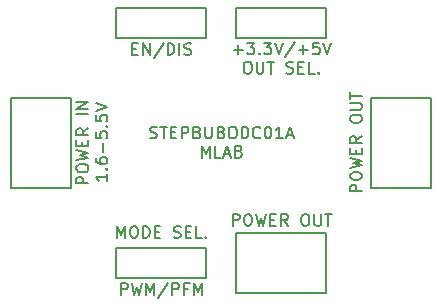
<source format=gbr>
%TF.GenerationSoftware,KiCad,Pcbnew,7.0.5.1-1-g8f565ef7f0-dirty-deb11*%
%TF.CreationDate,2023-07-21T00:57:33+00:00*%
%TF.ProjectId,STEPBUBODC01,53544550-4255-4424-9f44-4330312e6b69,rev?*%
%TF.SameCoordinates,Original*%
%TF.FileFunction,Legend,Top*%
%TF.FilePolarity,Positive*%
%FSLAX46Y46*%
G04 Gerber Fmt 4.6, Leading zero omitted, Abs format (unit mm)*
G04 Created by KiCad (PCBNEW 7.0.5.1-1-g8f565ef7f0-dirty-deb11) date 2023-07-21 00:57:33*
%MOMM*%
%LPD*%
G01*
G04 APERTURE LIST*
%ADD10C,0.150000*%
G04 APERTURE END LIST*
D10*
X143200952Y-93418819D02*
X143200952Y-92418819D01*
X143200952Y-92418819D02*
X143581904Y-92418819D01*
X143581904Y-92418819D02*
X143677142Y-92466438D01*
X143677142Y-92466438D02*
X143724761Y-92514057D01*
X143724761Y-92514057D02*
X143772380Y-92609295D01*
X143772380Y-92609295D02*
X143772380Y-92752152D01*
X143772380Y-92752152D02*
X143724761Y-92847390D01*
X143724761Y-92847390D02*
X143677142Y-92895009D01*
X143677142Y-92895009D02*
X143581904Y-92942628D01*
X143581904Y-92942628D02*
X143200952Y-92942628D01*
X144391428Y-92418819D02*
X144581904Y-92418819D01*
X144581904Y-92418819D02*
X144677142Y-92466438D01*
X144677142Y-92466438D02*
X144772380Y-92561676D01*
X144772380Y-92561676D02*
X144819999Y-92752152D01*
X144819999Y-92752152D02*
X144819999Y-93085485D01*
X144819999Y-93085485D02*
X144772380Y-93275961D01*
X144772380Y-93275961D02*
X144677142Y-93371200D01*
X144677142Y-93371200D02*
X144581904Y-93418819D01*
X144581904Y-93418819D02*
X144391428Y-93418819D01*
X144391428Y-93418819D02*
X144296190Y-93371200D01*
X144296190Y-93371200D02*
X144200952Y-93275961D01*
X144200952Y-93275961D02*
X144153333Y-93085485D01*
X144153333Y-93085485D02*
X144153333Y-92752152D01*
X144153333Y-92752152D02*
X144200952Y-92561676D01*
X144200952Y-92561676D02*
X144296190Y-92466438D01*
X144296190Y-92466438D02*
X144391428Y-92418819D01*
X145153333Y-92418819D02*
X145391428Y-93418819D01*
X145391428Y-93418819D02*
X145581904Y-92704533D01*
X145581904Y-92704533D02*
X145772380Y-93418819D01*
X145772380Y-93418819D02*
X146010476Y-92418819D01*
X146391428Y-92895009D02*
X146724761Y-92895009D01*
X146867618Y-93418819D02*
X146391428Y-93418819D01*
X146391428Y-93418819D02*
X146391428Y-92418819D01*
X146391428Y-92418819D02*
X146867618Y-92418819D01*
X147867618Y-93418819D02*
X147534285Y-92942628D01*
X147296190Y-93418819D02*
X147296190Y-92418819D01*
X147296190Y-92418819D02*
X147677142Y-92418819D01*
X147677142Y-92418819D02*
X147772380Y-92466438D01*
X147772380Y-92466438D02*
X147819999Y-92514057D01*
X147819999Y-92514057D02*
X147867618Y-92609295D01*
X147867618Y-92609295D02*
X147867618Y-92752152D01*
X147867618Y-92752152D02*
X147819999Y-92847390D01*
X147819999Y-92847390D02*
X147772380Y-92895009D01*
X147772380Y-92895009D02*
X147677142Y-92942628D01*
X147677142Y-92942628D02*
X147296190Y-92942628D01*
X149248571Y-92418819D02*
X149439047Y-92418819D01*
X149439047Y-92418819D02*
X149534285Y-92466438D01*
X149534285Y-92466438D02*
X149629523Y-92561676D01*
X149629523Y-92561676D02*
X149677142Y-92752152D01*
X149677142Y-92752152D02*
X149677142Y-93085485D01*
X149677142Y-93085485D02*
X149629523Y-93275961D01*
X149629523Y-93275961D02*
X149534285Y-93371200D01*
X149534285Y-93371200D02*
X149439047Y-93418819D01*
X149439047Y-93418819D02*
X149248571Y-93418819D01*
X149248571Y-93418819D02*
X149153333Y-93371200D01*
X149153333Y-93371200D02*
X149058095Y-93275961D01*
X149058095Y-93275961D02*
X149010476Y-93085485D01*
X149010476Y-93085485D02*
X149010476Y-92752152D01*
X149010476Y-92752152D02*
X149058095Y-92561676D01*
X149058095Y-92561676D02*
X149153333Y-92466438D01*
X149153333Y-92466438D02*
X149248571Y-92418819D01*
X150105714Y-92418819D02*
X150105714Y-93228342D01*
X150105714Y-93228342D02*
X150153333Y-93323580D01*
X150153333Y-93323580D02*
X150200952Y-93371200D01*
X150200952Y-93371200D02*
X150296190Y-93418819D01*
X150296190Y-93418819D02*
X150486666Y-93418819D01*
X150486666Y-93418819D02*
X150581904Y-93371200D01*
X150581904Y-93371200D02*
X150629523Y-93323580D01*
X150629523Y-93323580D02*
X150677142Y-93228342D01*
X150677142Y-93228342D02*
X150677142Y-92418819D01*
X151010476Y-92418819D02*
X151581904Y-92418819D01*
X151296190Y-93418819D02*
X151296190Y-92418819D01*
X136192381Y-85962200D02*
X136335238Y-86009819D01*
X136335238Y-86009819D02*
X136573333Y-86009819D01*
X136573333Y-86009819D02*
X136668571Y-85962200D01*
X136668571Y-85962200D02*
X136716190Y-85914580D01*
X136716190Y-85914580D02*
X136763809Y-85819342D01*
X136763809Y-85819342D02*
X136763809Y-85724104D01*
X136763809Y-85724104D02*
X136716190Y-85628866D01*
X136716190Y-85628866D02*
X136668571Y-85581247D01*
X136668571Y-85581247D02*
X136573333Y-85533628D01*
X136573333Y-85533628D02*
X136382857Y-85486009D01*
X136382857Y-85486009D02*
X136287619Y-85438390D01*
X136287619Y-85438390D02*
X136240000Y-85390771D01*
X136240000Y-85390771D02*
X136192381Y-85295533D01*
X136192381Y-85295533D02*
X136192381Y-85200295D01*
X136192381Y-85200295D02*
X136240000Y-85105057D01*
X136240000Y-85105057D02*
X136287619Y-85057438D01*
X136287619Y-85057438D02*
X136382857Y-85009819D01*
X136382857Y-85009819D02*
X136620952Y-85009819D01*
X136620952Y-85009819D02*
X136763809Y-85057438D01*
X137049524Y-85009819D02*
X137620952Y-85009819D01*
X137335238Y-86009819D02*
X137335238Y-85009819D01*
X137954286Y-85486009D02*
X138287619Y-85486009D01*
X138430476Y-86009819D02*
X137954286Y-86009819D01*
X137954286Y-86009819D02*
X137954286Y-85009819D01*
X137954286Y-85009819D02*
X138430476Y-85009819D01*
X138859048Y-86009819D02*
X138859048Y-85009819D01*
X138859048Y-85009819D02*
X139240000Y-85009819D01*
X139240000Y-85009819D02*
X139335238Y-85057438D01*
X139335238Y-85057438D02*
X139382857Y-85105057D01*
X139382857Y-85105057D02*
X139430476Y-85200295D01*
X139430476Y-85200295D02*
X139430476Y-85343152D01*
X139430476Y-85343152D02*
X139382857Y-85438390D01*
X139382857Y-85438390D02*
X139335238Y-85486009D01*
X139335238Y-85486009D02*
X139240000Y-85533628D01*
X139240000Y-85533628D02*
X138859048Y-85533628D01*
X140192381Y-85486009D02*
X140335238Y-85533628D01*
X140335238Y-85533628D02*
X140382857Y-85581247D01*
X140382857Y-85581247D02*
X140430476Y-85676485D01*
X140430476Y-85676485D02*
X140430476Y-85819342D01*
X140430476Y-85819342D02*
X140382857Y-85914580D01*
X140382857Y-85914580D02*
X140335238Y-85962200D01*
X140335238Y-85962200D02*
X140240000Y-86009819D01*
X140240000Y-86009819D02*
X139859048Y-86009819D01*
X139859048Y-86009819D02*
X139859048Y-85009819D01*
X139859048Y-85009819D02*
X140192381Y-85009819D01*
X140192381Y-85009819D02*
X140287619Y-85057438D01*
X140287619Y-85057438D02*
X140335238Y-85105057D01*
X140335238Y-85105057D02*
X140382857Y-85200295D01*
X140382857Y-85200295D02*
X140382857Y-85295533D01*
X140382857Y-85295533D02*
X140335238Y-85390771D01*
X140335238Y-85390771D02*
X140287619Y-85438390D01*
X140287619Y-85438390D02*
X140192381Y-85486009D01*
X140192381Y-85486009D02*
X139859048Y-85486009D01*
X140859048Y-85009819D02*
X140859048Y-85819342D01*
X140859048Y-85819342D02*
X140906667Y-85914580D01*
X140906667Y-85914580D02*
X140954286Y-85962200D01*
X140954286Y-85962200D02*
X141049524Y-86009819D01*
X141049524Y-86009819D02*
X141240000Y-86009819D01*
X141240000Y-86009819D02*
X141335238Y-85962200D01*
X141335238Y-85962200D02*
X141382857Y-85914580D01*
X141382857Y-85914580D02*
X141430476Y-85819342D01*
X141430476Y-85819342D02*
X141430476Y-85009819D01*
X142240000Y-85486009D02*
X142382857Y-85533628D01*
X142382857Y-85533628D02*
X142430476Y-85581247D01*
X142430476Y-85581247D02*
X142478095Y-85676485D01*
X142478095Y-85676485D02*
X142478095Y-85819342D01*
X142478095Y-85819342D02*
X142430476Y-85914580D01*
X142430476Y-85914580D02*
X142382857Y-85962200D01*
X142382857Y-85962200D02*
X142287619Y-86009819D01*
X142287619Y-86009819D02*
X141906667Y-86009819D01*
X141906667Y-86009819D02*
X141906667Y-85009819D01*
X141906667Y-85009819D02*
X142240000Y-85009819D01*
X142240000Y-85009819D02*
X142335238Y-85057438D01*
X142335238Y-85057438D02*
X142382857Y-85105057D01*
X142382857Y-85105057D02*
X142430476Y-85200295D01*
X142430476Y-85200295D02*
X142430476Y-85295533D01*
X142430476Y-85295533D02*
X142382857Y-85390771D01*
X142382857Y-85390771D02*
X142335238Y-85438390D01*
X142335238Y-85438390D02*
X142240000Y-85486009D01*
X142240000Y-85486009D02*
X141906667Y-85486009D01*
X143097143Y-85009819D02*
X143287619Y-85009819D01*
X143287619Y-85009819D02*
X143382857Y-85057438D01*
X143382857Y-85057438D02*
X143478095Y-85152676D01*
X143478095Y-85152676D02*
X143525714Y-85343152D01*
X143525714Y-85343152D02*
X143525714Y-85676485D01*
X143525714Y-85676485D02*
X143478095Y-85866961D01*
X143478095Y-85866961D02*
X143382857Y-85962200D01*
X143382857Y-85962200D02*
X143287619Y-86009819D01*
X143287619Y-86009819D02*
X143097143Y-86009819D01*
X143097143Y-86009819D02*
X143001905Y-85962200D01*
X143001905Y-85962200D02*
X142906667Y-85866961D01*
X142906667Y-85866961D02*
X142859048Y-85676485D01*
X142859048Y-85676485D02*
X142859048Y-85343152D01*
X142859048Y-85343152D02*
X142906667Y-85152676D01*
X142906667Y-85152676D02*
X143001905Y-85057438D01*
X143001905Y-85057438D02*
X143097143Y-85009819D01*
X143954286Y-86009819D02*
X143954286Y-85009819D01*
X143954286Y-85009819D02*
X144192381Y-85009819D01*
X144192381Y-85009819D02*
X144335238Y-85057438D01*
X144335238Y-85057438D02*
X144430476Y-85152676D01*
X144430476Y-85152676D02*
X144478095Y-85247914D01*
X144478095Y-85247914D02*
X144525714Y-85438390D01*
X144525714Y-85438390D02*
X144525714Y-85581247D01*
X144525714Y-85581247D02*
X144478095Y-85771723D01*
X144478095Y-85771723D02*
X144430476Y-85866961D01*
X144430476Y-85866961D02*
X144335238Y-85962200D01*
X144335238Y-85962200D02*
X144192381Y-86009819D01*
X144192381Y-86009819D02*
X143954286Y-86009819D01*
X145525714Y-85914580D02*
X145478095Y-85962200D01*
X145478095Y-85962200D02*
X145335238Y-86009819D01*
X145335238Y-86009819D02*
X145240000Y-86009819D01*
X145240000Y-86009819D02*
X145097143Y-85962200D01*
X145097143Y-85962200D02*
X145001905Y-85866961D01*
X145001905Y-85866961D02*
X144954286Y-85771723D01*
X144954286Y-85771723D02*
X144906667Y-85581247D01*
X144906667Y-85581247D02*
X144906667Y-85438390D01*
X144906667Y-85438390D02*
X144954286Y-85247914D01*
X144954286Y-85247914D02*
X145001905Y-85152676D01*
X145001905Y-85152676D02*
X145097143Y-85057438D01*
X145097143Y-85057438D02*
X145240000Y-85009819D01*
X145240000Y-85009819D02*
X145335238Y-85009819D01*
X145335238Y-85009819D02*
X145478095Y-85057438D01*
X145478095Y-85057438D02*
X145525714Y-85105057D01*
X146144762Y-85009819D02*
X146240000Y-85009819D01*
X146240000Y-85009819D02*
X146335238Y-85057438D01*
X146335238Y-85057438D02*
X146382857Y-85105057D01*
X146382857Y-85105057D02*
X146430476Y-85200295D01*
X146430476Y-85200295D02*
X146478095Y-85390771D01*
X146478095Y-85390771D02*
X146478095Y-85628866D01*
X146478095Y-85628866D02*
X146430476Y-85819342D01*
X146430476Y-85819342D02*
X146382857Y-85914580D01*
X146382857Y-85914580D02*
X146335238Y-85962200D01*
X146335238Y-85962200D02*
X146240000Y-86009819D01*
X146240000Y-86009819D02*
X146144762Y-86009819D01*
X146144762Y-86009819D02*
X146049524Y-85962200D01*
X146049524Y-85962200D02*
X146001905Y-85914580D01*
X146001905Y-85914580D02*
X145954286Y-85819342D01*
X145954286Y-85819342D02*
X145906667Y-85628866D01*
X145906667Y-85628866D02*
X145906667Y-85390771D01*
X145906667Y-85390771D02*
X145954286Y-85200295D01*
X145954286Y-85200295D02*
X146001905Y-85105057D01*
X146001905Y-85105057D02*
X146049524Y-85057438D01*
X146049524Y-85057438D02*
X146144762Y-85009819D01*
X147430476Y-86009819D02*
X146859048Y-86009819D01*
X147144762Y-86009819D02*
X147144762Y-85009819D01*
X147144762Y-85009819D02*
X147049524Y-85152676D01*
X147049524Y-85152676D02*
X146954286Y-85247914D01*
X146954286Y-85247914D02*
X146859048Y-85295533D01*
X147811429Y-85724104D02*
X148287619Y-85724104D01*
X147716191Y-86009819D02*
X148049524Y-85009819D01*
X148049524Y-85009819D02*
X148382857Y-86009819D01*
X140573333Y-87619819D02*
X140573333Y-86619819D01*
X140573333Y-86619819D02*
X140906666Y-87334104D01*
X140906666Y-87334104D02*
X141239999Y-86619819D01*
X141239999Y-86619819D02*
X141239999Y-87619819D01*
X142192380Y-87619819D02*
X141716190Y-87619819D01*
X141716190Y-87619819D02*
X141716190Y-86619819D01*
X142478095Y-87334104D02*
X142954285Y-87334104D01*
X142382857Y-87619819D02*
X142716190Y-86619819D01*
X142716190Y-86619819D02*
X143049523Y-87619819D01*
X143716190Y-87096009D02*
X143859047Y-87143628D01*
X143859047Y-87143628D02*
X143906666Y-87191247D01*
X143906666Y-87191247D02*
X143954285Y-87286485D01*
X143954285Y-87286485D02*
X143954285Y-87429342D01*
X143954285Y-87429342D02*
X143906666Y-87524580D01*
X143906666Y-87524580D02*
X143859047Y-87572200D01*
X143859047Y-87572200D02*
X143763809Y-87619819D01*
X143763809Y-87619819D02*
X143382857Y-87619819D01*
X143382857Y-87619819D02*
X143382857Y-86619819D01*
X143382857Y-86619819D02*
X143716190Y-86619819D01*
X143716190Y-86619819D02*
X143811428Y-86667438D01*
X143811428Y-86667438D02*
X143859047Y-86715057D01*
X143859047Y-86715057D02*
X143906666Y-86810295D01*
X143906666Y-86810295D02*
X143906666Y-86905533D01*
X143906666Y-86905533D02*
X143859047Y-87000771D01*
X143859047Y-87000771D02*
X143811428Y-87048390D01*
X143811428Y-87048390D02*
X143716190Y-87096009D01*
X143716190Y-87096009D02*
X143382857Y-87096009D01*
X143272381Y-78516866D02*
X144034286Y-78516866D01*
X143653333Y-78897819D02*
X143653333Y-78135914D01*
X144415238Y-77897819D02*
X145034285Y-77897819D01*
X145034285Y-77897819D02*
X144700952Y-78278771D01*
X144700952Y-78278771D02*
X144843809Y-78278771D01*
X144843809Y-78278771D02*
X144939047Y-78326390D01*
X144939047Y-78326390D02*
X144986666Y-78374009D01*
X144986666Y-78374009D02*
X145034285Y-78469247D01*
X145034285Y-78469247D02*
X145034285Y-78707342D01*
X145034285Y-78707342D02*
X144986666Y-78802580D01*
X144986666Y-78802580D02*
X144939047Y-78850200D01*
X144939047Y-78850200D02*
X144843809Y-78897819D01*
X144843809Y-78897819D02*
X144558095Y-78897819D01*
X144558095Y-78897819D02*
X144462857Y-78850200D01*
X144462857Y-78850200D02*
X144415238Y-78802580D01*
X145462857Y-78802580D02*
X145510476Y-78850200D01*
X145510476Y-78850200D02*
X145462857Y-78897819D01*
X145462857Y-78897819D02*
X145415238Y-78850200D01*
X145415238Y-78850200D02*
X145462857Y-78802580D01*
X145462857Y-78802580D02*
X145462857Y-78897819D01*
X145843809Y-77897819D02*
X146462856Y-77897819D01*
X146462856Y-77897819D02*
X146129523Y-78278771D01*
X146129523Y-78278771D02*
X146272380Y-78278771D01*
X146272380Y-78278771D02*
X146367618Y-78326390D01*
X146367618Y-78326390D02*
X146415237Y-78374009D01*
X146415237Y-78374009D02*
X146462856Y-78469247D01*
X146462856Y-78469247D02*
X146462856Y-78707342D01*
X146462856Y-78707342D02*
X146415237Y-78802580D01*
X146415237Y-78802580D02*
X146367618Y-78850200D01*
X146367618Y-78850200D02*
X146272380Y-78897819D01*
X146272380Y-78897819D02*
X145986666Y-78897819D01*
X145986666Y-78897819D02*
X145891428Y-78850200D01*
X145891428Y-78850200D02*
X145843809Y-78802580D01*
X146748571Y-77897819D02*
X147081904Y-78897819D01*
X147081904Y-78897819D02*
X147415237Y-77897819D01*
X148462856Y-77850200D02*
X147605714Y-79135914D01*
X148796190Y-78516866D02*
X149558095Y-78516866D01*
X149177142Y-78897819D02*
X149177142Y-78135914D01*
X150510475Y-77897819D02*
X150034285Y-77897819D01*
X150034285Y-77897819D02*
X149986666Y-78374009D01*
X149986666Y-78374009D02*
X150034285Y-78326390D01*
X150034285Y-78326390D02*
X150129523Y-78278771D01*
X150129523Y-78278771D02*
X150367618Y-78278771D01*
X150367618Y-78278771D02*
X150462856Y-78326390D01*
X150462856Y-78326390D02*
X150510475Y-78374009D01*
X150510475Y-78374009D02*
X150558094Y-78469247D01*
X150558094Y-78469247D02*
X150558094Y-78707342D01*
X150558094Y-78707342D02*
X150510475Y-78802580D01*
X150510475Y-78802580D02*
X150462856Y-78850200D01*
X150462856Y-78850200D02*
X150367618Y-78897819D01*
X150367618Y-78897819D02*
X150129523Y-78897819D01*
X150129523Y-78897819D02*
X150034285Y-78850200D01*
X150034285Y-78850200D02*
X149986666Y-78802580D01*
X150843809Y-77897819D02*
X151177142Y-78897819D01*
X151177142Y-78897819D02*
X151510475Y-77897819D01*
X144367619Y-79507819D02*
X144558095Y-79507819D01*
X144558095Y-79507819D02*
X144653333Y-79555438D01*
X144653333Y-79555438D02*
X144748571Y-79650676D01*
X144748571Y-79650676D02*
X144796190Y-79841152D01*
X144796190Y-79841152D02*
X144796190Y-80174485D01*
X144796190Y-80174485D02*
X144748571Y-80364961D01*
X144748571Y-80364961D02*
X144653333Y-80460200D01*
X144653333Y-80460200D02*
X144558095Y-80507819D01*
X144558095Y-80507819D02*
X144367619Y-80507819D01*
X144367619Y-80507819D02*
X144272381Y-80460200D01*
X144272381Y-80460200D02*
X144177143Y-80364961D01*
X144177143Y-80364961D02*
X144129524Y-80174485D01*
X144129524Y-80174485D02*
X144129524Y-79841152D01*
X144129524Y-79841152D02*
X144177143Y-79650676D01*
X144177143Y-79650676D02*
X144272381Y-79555438D01*
X144272381Y-79555438D02*
X144367619Y-79507819D01*
X145224762Y-79507819D02*
X145224762Y-80317342D01*
X145224762Y-80317342D02*
X145272381Y-80412580D01*
X145272381Y-80412580D02*
X145320000Y-80460200D01*
X145320000Y-80460200D02*
X145415238Y-80507819D01*
X145415238Y-80507819D02*
X145605714Y-80507819D01*
X145605714Y-80507819D02*
X145700952Y-80460200D01*
X145700952Y-80460200D02*
X145748571Y-80412580D01*
X145748571Y-80412580D02*
X145796190Y-80317342D01*
X145796190Y-80317342D02*
X145796190Y-79507819D01*
X146129524Y-79507819D02*
X146700952Y-79507819D01*
X146415238Y-80507819D02*
X146415238Y-79507819D01*
X147748572Y-80460200D02*
X147891429Y-80507819D01*
X147891429Y-80507819D02*
X148129524Y-80507819D01*
X148129524Y-80507819D02*
X148224762Y-80460200D01*
X148224762Y-80460200D02*
X148272381Y-80412580D01*
X148272381Y-80412580D02*
X148320000Y-80317342D01*
X148320000Y-80317342D02*
X148320000Y-80222104D01*
X148320000Y-80222104D02*
X148272381Y-80126866D01*
X148272381Y-80126866D02*
X148224762Y-80079247D01*
X148224762Y-80079247D02*
X148129524Y-80031628D01*
X148129524Y-80031628D02*
X147939048Y-79984009D01*
X147939048Y-79984009D02*
X147843810Y-79936390D01*
X147843810Y-79936390D02*
X147796191Y-79888771D01*
X147796191Y-79888771D02*
X147748572Y-79793533D01*
X147748572Y-79793533D02*
X147748572Y-79698295D01*
X147748572Y-79698295D02*
X147796191Y-79603057D01*
X147796191Y-79603057D02*
X147843810Y-79555438D01*
X147843810Y-79555438D02*
X147939048Y-79507819D01*
X147939048Y-79507819D02*
X148177143Y-79507819D01*
X148177143Y-79507819D02*
X148320000Y-79555438D01*
X148748572Y-79984009D02*
X149081905Y-79984009D01*
X149224762Y-80507819D02*
X148748572Y-80507819D01*
X148748572Y-80507819D02*
X148748572Y-79507819D01*
X148748572Y-79507819D02*
X149224762Y-79507819D01*
X150129524Y-80507819D02*
X149653334Y-80507819D01*
X149653334Y-80507819D02*
X149653334Y-79507819D01*
X150462858Y-80412580D02*
X150510477Y-80460200D01*
X150510477Y-80460200D02*
X150462858Y-80507819D01*
X150462858Y-80507819D02*
X150415239Y-80460200D01*
X150415239Y-80460200D02*
X150462858Y-80412580D01*
X150462858Y-80412580D02*
X150462858Y-80507819D01*
X134683810Y-78417009D02*
X135017143Y-78417009D01*
X135160000Y-78940819D02*
X134683810Y-78940819D01*
X134683810Y-78940819D02*
X134683810Y-77940819D01*
X134683810Y-77940819D02*
X135160000Y-77940819D01*
X135588572Y-78940819D02*
X135588572Y-77940819D01*
X135588572Y-77940819D02*
X136160000Y-78940819D01*
X136160000Y-78940819D02*
X136160000Y-77940819D01*
X137350476Y-77893200D02*
X136493334Y-79178914D01*
X137683810Y-78940819D02*
X137683810Y-77940819D01*
X137683810Y-77940819D02*
X137921905Y-77940819D01*
X137921905Y-77940819D02*
X138064762Y-77988438D01*
X138064762Y-77988438D02*
X138160000Y-78083676D01*
X138160000Y-78083676D02*
X138207619Y-78178914D01*
X138207619Y-78178914D02*
X138255238Y-78369390D01*
X138255238Y-78369390D02*
X138255238Y-78512247D01*
X138255238Y-78512247D02*
X138207619Y-78702723D01*
X138207619Y-78702723D02*
X138160000Y-78797961D01*
X138160000Y-78797961D02*
X138064762Y-78893200D01*
X138064762Y-78893200D02*
X137921905Y-78940819D01*
X137921905Y-78940819D02*
X137683810Y-78940819D01*
X138683810Y-78940819D02*
X138683810Y-77940819D01*
X139112381Y-78893200D02*
X139255238Y-78940819D01*
X139255238Y-78940819D02*
X139493333Y-78940819D01*
X139493333Y-78940819D02*
X139588571Y-78893200D01*
X139588571Y-78893200D02*
X139636190Y-78845580D01*
X139636190Y-78845580D02*
X139683809Y-78750342D01*
X139683809Y-78750342D02*
X139683809Y-78655104D01*
X139683809Y-78655104D02*
X139636190Y-78559866D01*
X139636190Y-78559866D02*
X139588571Y-78512247D01*
X139588571Y-78512247D02*
X139493333Y-78464628D01*
X139493333Y-78464628D02*
X139302857Y-78417009D01*
X139302857Y-78417009D02*
X139207619Y-78369390D01*
X139207619Y-78369390D02*
X139160000Y-78321771D01*
X139160000Y-78321771D02*
X139112381Y-78226533D01*
X139112381Y-78226533D02*
X139112381Y-78131295D01*
X139112381Y-78131295D02*
X139160000Y-78036057D01*
X139160000Y-78036057D02*
X139207619Y-77988438D01*
X139207619Y-77988438D02*
X139302857Y-77940819D01*
X139302857Y-77940819D02*
X139540952Y-77940819D01*
X139540952Y-77940819D02*
X139683809Y-77988438D01*
X154124819Y-90479047D02*
X153124819Y-90479047D01*
X153124819Y-90479047D02*
X153124819Y-90098095D01*
X153124819Y-90098095D02*
X153172438Y-90002857D01*
X153172438Y-90002857D02*
X153220057Y-89955238D01*
X153220057Y-89955238D02*
X153315295Y-89907619D01*
X153315295Y-89907619D02*
X153458152Y-89907619D01*
X153458152Y-89907619D02*
X153553390Y-89955238D01*
X153553390Y-89955238D02*
X153601009Y-90002857D01*
X153601009Y-90002857D02*
X153648628Y-90098095D01*
X153648628Y-90098095D02*
X153648628Y-90479047D01*
X153124819Y-89288571D02*
X153124819Y-89098095D01*
X153124819Y-89098095D02*
X153172438Y-89002857D01*
X153172438Y-89002857D02*
X153267676Y-88907619D01*
X153267676Y-88907619D02*
X153458152Y-88860000D01*
X153458152Y-88860000D02*
X153791485Y-88860000D01*
X153791485Y-88860000D02*
X153981961Y-88907619D01*
X153981961Y-88907619D02*
X154077200Y-89002857D01*
X154077200Y-89002857D02*
X154124819Y-89098095D01*
X154124819Y-89098095D02*
X154124819Y-89288571D01*
X154124819Y-89288571D02*
X154077200Y-89383809D01*
X154077200Y-89383809D02*
X153981961Y-89479047D01*
X153981961Y-89479047D02*
X153791485Y-89526666D01*
X153791485Y-89526666D02*
X153458152Y-89526666D01*
X153458152Y-89526666D02*
X153267676Y-89479047D01*
X153267676Y-89479047D02*
X153172438Y-89383809D01*
X153172438Y-89383809D02*
X153124819Y-89288571D01*
X153124819Y-88526666D02*
X154124819Y-88288571D01*
X154124819Y-88288571D02*
X153410533Y-88098095D01*
X153410533Y-88098095D02*
X154124819Y-87907619D01*
X154124819Y-87907619D02*
X153124819Y-87669524D01*
X153601009Y-87288571D02*
X153601009Y-86955238D01*
X154124819Y-86812381D02*
X154124819Y-87288571D01*
X154124819Y-87288571D02*
X153124819Y-87288571D01*
X153124819Y-87288571D02*
X153124819Y-86812381D01*
X154124819Y-85812381D02*
X153648628Y-86145714D01*
X154124819Y-86383809D02*
X153124819Y-86383809D01*
X153124819Y-86383809D02*
X153124819Y-86002857D01*
X153124819Y-86002857D02*
X153172438Y-85907619D01*
X153172438Y-85907619D02*
X153220057Y-85860000D01*
X153220057Y-85860000D02*
X153315295Y-85812381D01*
X153315295Y-85812381D02*
X153458152Y-85812381D01*
X153458152Y-85812381D02*
X153553390Y-85860000D01*
X153553390Y-85860000D02*
X153601009Y-85907619D01*
X153601009Y-85907619D02*
X153648628Y-86002857D01*
X153648628Y-86002857D02*
X153648628Y-86383809D01*
X153124819Y-84431428D02*
X153124819Y-84240952D01*
X153124819Y-84240952D02*
X153172438Y-84145714D01*
X153172438Y-84145714D02*
X153267676Y-84050476D01*
X153267676Y-84050476D02*
X153458152Y-84002857D01*
X153458152Y-84002857D02*
X153791485Y-84002857D01*
X153791485Y-84002857D02*
X153981961Y-84050476D01*
X153981961Y-84050476D02*
X154077200Y-84145714D01*
X154077200Y-84145714D02*
X154124819Y-84240952D01*
X154124819Y-84240952D02*
X154124819Y-84431428D01*
X154124819Y-84431428D02*
X154077200Y-84526666D01*
X154077200Y-84526666D02*
X153981961Y-84621904D01*
X153981961Y-84621904D02*
X153791485Y-84669523D01*
X153791485Y-84669523D02*
X153458152Y-84669523D01*
X153458152Y-84669523D02*
X153267676Y-84621904D01*
X153267676Y-84621904D02*
X153172438Y-84526666D01*
X153172438Y-84526666D02*
X153124819Y-84431428D01*
X153124819Y-83574285D02*
X153934342Y-83574285D01*
X153934342Y-83574285D02*
X154029580Y-83526666D01*
X154029580Y-83526666D02*
X154077200Y-83479047D01*
X154077200Y-83479047D02*
X154124819Y-83383809D01*
X154124819Y-83383809D02*
X154124819Y-83193333D01*
X154124819Y-83193333D02*
X154077200Y-83098095D01*
X154077200Y-83098095D02*
X154029580Y-83050476D01*
X154029580Y-83050476D02*
X153934342Y-83002857D01*
X153934342Y-83002857D02*
X153124819Y-83002857D01*
X153124819Y-82669523D02*
X153124819Y-82098095D01*
X154124819Y-82383809D02*
X153124819Y-82383809D01*
X130967819Y-89812380D02*
X129967819Y-89812380D01*
X129967819Y-89812380D02*
X129967819Y-89431428D01*
X129967819Y-89431428D02*
X130015438Y-89336190D01*
X130015438Y-89336190D02*
X130063057Y-89288571D01*
X130063057Y-89288571D02*
X130158295Y-89240952D01*
X130158295Y-89240952D02*
X130301152Y-89240952D01*
X130301152Y-89240952D02*
X130396390Y-89288571D01*
X130396390Y-89288571D02*
X130444009Y-89336190D01*
X130444009Y-89336190D02*
X130491628Y-89431428D01*
X130491628Y-89431428D02*
X130491628Y-89812380D01*
X129967819Y-88621904D02*
X129967819Y-88431428D01*
X129967819Y-88431428D02*
X130015438Y-88336190D01*
X130015438Y-88336190D02*
X130110676Y-88240952D01*
X130110676Y-88240952D02*
X130301152Y-88193333D01*
X130301152Y-88193333D02*
X130634485Y-88193333D01*
X130634485Y-88193333D02*
X130824961Y-88240952D01*
X130824961Y-88240952D02*
X130920200Y-88336190D01*
X130920200Y-88336190D02*
X130967819Y-88431428D01*
X130967819Y-88431428D02*
X130967819Y-88621904D01*
X130967819Y-88621904D02*
X130920200Y-88717142D01*
X130920200Y-88717142D02*
X130824961Y-88812380D01*
X130824961Y-88812380D02*
X130634485Y-88859999D01*
X130634485Y-88859999D02*
X130301152Y-88859999D01*
X130301152Y-88859999D02*
X130110676Y-88812380D01*
X130110676Y-88812380D02*
X130015438Y-88717142D01*
X130015438Y-88717142D02*
X129967819Y-88621904D01*
X129967819Y-87859999D02*
X130967819Y-87621904D01*
X130967819Y-87621904D02*
X130253533Y-87431428D01*
X130253533Y-87431428D02*
X130967819Y-87240952D01*
X130967819Y-87240952D02*
X129967819Y-87002857D01*
X130444009Y-86621904D02*
X130444009Y-86288571D01*
X130967819Y-86145714D02*
X130967819Y-86621904D01*
X130967819Y-86621904D02*
X129967819Y-86621904D01*
X129967819Y-86621904D02*
X129967819Y-86145714D01*
X130967819Y-85145714D02*
X130491628Y-85479047D01*
X130967819Y-85717142D02*
X129967819Y-85717142D01*
X129967819Y-85717142D02*
X129967819Y-85336190D01*
X129967819Y-85336190D02*
X130015438Y-85240952D01*
X130015438Y-85240952D02*
X130063057Y-85193333D01*
X130063057Y-85193333D02*
X130158295Y-85145714D01*
X130158295Y-85145714D02*
X130301152Y-85145714D01*
X130301152Y-85145714D02*
X130396390Y-85193333D01*
X130396390Y-85193333D02*
X130444009Y-85240952D01*
X130444009Y-85240952D02*
X130491628Y-85336190D01*
X130491628Y-85336190D02*
X130491628Y-85717142D01*
X130967819Y-83955237D02*
X129967819Y-83955237D01*
X130967819Y-83479047D02*
X129967819Y-83479047D01*
X129967819Y-83479047D02*
X130967819Y-82907619D01*
X130967819Y-82907619D02*
X129967819Y-82907619D01*
X132577819Y-89026666D02*
X132577819Y-89598094D01*
X132577819Y-89312380D02*
X131577819Y-89312380D01*
X131577819Y-89312380D02*
X131720676Y-89407618D01*
X131720676Y-89407618D02*
X131815914Y-89502856D01*
X131815914Y-89502856D02*
X131863533Y-89598094D01*
X132482580Y-88598094D02*
X132530200Y-88550475D01*
X132530200Y-88550475D02*
X132577819Y-88598094D01*
X132577819Y-88598094D02*
X132530200Y-88645713D01*
X132530200Y-88645713D02*
X132482580Y-88598094D01*
X132482580Y-88598094D02*
X132577819Y-88598094D01*
X131577819Y-87693333D02*
X131577819Y-87883809D01*
X131577819Y-87883809D02*
X131625438Y-87979047D01*
X131625438Y-87979047D02*
X131673057Y-88026666D01*
X131673057Y-88026666D02*
X131815914Y-88121904D01*
X131815914Y-88121904D02*
X132006390Y-88169523D01*
X132006390Y-88169523D02*
X132387342Y-88169523D01*
X132387342Y-88169523D02*
X132482580Y-88121904D01*
X132482580Y-88121904D02*
X132530200Y-88074285D01*
X132530200Y-88074285D02*
X132577819Y-87979047D01*
X132577819Y-87979047D02*
X132577819Y-87788571D01*
X132577819Y-87788571D02*
X132530200Y-87693333D01*
X132530200Y-87693333D02*
X132482580Y-87645714D01*
X132482580Y-87645714D02*
X132387342Y-87598095D01*
X132387342Y-87598095D02*
X132149247Y-87598095D01*
X132149247Y-87598095D02*
X132054009Y-87645714D01*
X132054009Y-87645714D02*
X132006390Y-87693333D01*
X132006390Y-87693333D02*
X131958771Y-87788571D01*
X131958771Y-87788571D02*
X131958771Y-87979047D01*
X131958771Y-87979047D02*
X132006390Y-88074285D01*
X132006390Y-88074285D02*
X132054009Y-88121904D01*
X132054009Y-88121904D02*
X132149247Y-88169523D01*
X132196866Y-87169523D02*
X132196866Y-86407619D01*
X131577819Y-85455238D02*
X131577819Y-85931428D01*
X131577819Y-85931428D02*
X132054009Y-85979047D01*
X132054009Y-85979047D02*
X132006390Y-85931428D01*
X132006390Y-85931428D02*
X131958771Y-85836190D01*
X131958771Y-85836190D02*
X131958771Y-85598095D01*
X131958771Y-85598095D02*
X132006390Y-85502857D01*
X132006390Y-85502857D02*
X132054009Y-85455238D01*
X132054009Y-85455238D02*
X132149247Y-85407619D01*
X132149247Y-85407619D02*
X132387342Y-85407619D01*
X132387342Y-85407619D02*
X132482580Y-85455238D01*
X132482580Y-85455238D02*
X132530200Y-85502857D01*
X132530200Y-85502857D02*
X132577819Y-85598095D01*
X132577819Y-85598095D02*
X132577819Y-85836190D01*
X132577819Y-85836190D02*
X132530200Y-85931428D01*
X132530200Y-85931428D02*
X132482580Y-85979047D01*
X132482580Y-84979047D02*
X132530200Y-84931428D01*
X132530200Y-84931428D02*
X132577819Y-84979047D01*
X132577819Y-84979047D02*
X132530200Y-85026666D01*
X132530200Y-85026666D02*
X132482580Y-84979047D01*
X132482580Y-84979047D02*
X132577819Y-84979047D01*
X131577819Y-84026667D02*
X131577819Y-84502857D01*
X131577819Y-84502857D02*
X132054009Y-84550476D01*
X132054009Y-84550476D02*
X132006390Y-84502857D01*
X132006390Y-84502857D02*
X131958771Y-84407619D01*
X131958771Y-84407619D02*
X131958771Y-84169524D01*
X131958771Y-84169524D02*
X132006390Y-84074286D01*
X132006390Y-84074286D02*
X132054009Y-84026667D01*
X132054009Y-84026667D02*
X132149247Y-83979048D01*
X132149247Y-83979048D02*
X132387342Y-83979048D01*
X132387342Y-83979048D02*
X132482580Y-84026667D01*
X132482580Y-84026667D02*
X132530200Y-84074286D01*
X132530200Y-84074286D02*
X132577819Y-84169524D01*
X132577819Y-84169524D02*
X132577819Y-84407619D01*
X132577819Y-84407619D02*
X132530200Y-84502857D01*
X132530200Y-84502857D02*
X132482580Y-84550476D01*
X131577819Y-83693333D02*
X132577819Y-83360000D01*
X132577819Y-83360000D02*
X131577819Y-83026667D01*
X133398095Y-94434819D02*
X133398095Y-93434819D01*
X133398095Y-93434819D02*
X133731428Y-94149104D01*
X133731428Y-94149104D02*
X134064761Y-93434819D01*
X134064761Y-93434819D02*
X134064761Y-94434819D01*
X134731428Y-93434819D02*
X134921904Y-93434819D01*
X134921904Y-93434819D02*
X135017142Y-93482438D01*
X135017142Y-93482438D02*
X135112380Y-93577676D01*
X135112380Y-93577676D02*
X135159999Y-93768152D01*
X135159999Y-93768152D02*
X135159999Y-94101485D01*
X135159999Y-94101485D02*
X135112380Y-94291961D01*
X135112380Y-94291961D02*
X135017142Y-94387200D01*
X135017142Y-94387200D02*
X134921904Y-94434819D01*
X134921904Y-94434819D02*
X134731428Y-94434819D01*
X134731428Y-94434819D02*
X134636190Y-94387200D01*
X134636190Y-94387200D02*
X134540952Y-94291961D01*
X134540952Y-94291961D02*
X134493333Y-94101485D01*
X134493333Y-94101485D02*
X134493333Y-93768152D01*
X134493333Y-93768152D02*
X134540952Y-93577676D01*
X134540952Y-93577676D02*
X134636190Y-93482438D01*
X134636190Y-93482438D02*
X134731428Y-93434819D01*
X135588571Y-94434819D02*
X135588571Y-93434819D01*
X135588571Y-93434819D02*
X135826666Y-93434819D01*
X135826666Y-93434819D02*
X135969523Y-93482438D01*
X135969523Y-93482438D02*
X136064761Y-93577676D01*
X136064761Y-93577676D02*
X136112380Y-93672914D01*
X136112380Y-93672914D02*
X136159999Y-93863390D01*
X136159999Y-93863390D02*
X136159999Y-94006247D01*
X136159999Y-94006247D02*
X136112380Y-94196723D01*
X136112380Y-94196723D02*
X136064761Y-94291961D01*
X136064761Y-94291961D02*
X135969523Y-94387200D01*
X135969523Y-94387200D02*
X135826666Y-94434819D01*
X135826666Y-94434819D02*
X135588571Y-94434819D01*
X136588571Y-93911009D02*
X136921904Y-93911009D01*
X137064761Y-94434819D02*
X136588571Y-94434819D01*
X136588571Y-94434819D02*
X136588571Y-93434819D01*
X136588571Y-93434819D02*
X137064761Y-93434819D01*
X138207619Y-94387200D02*
X138350476Y-94434819D01*
X138350476Y-94434819D02*
X138588571Y-94434819D01*
X138588571Y-94434819D02*
X138683809Y-94387200D01*
X138683809Y-94387200D02*
X138731428Y-94339580D01*
X138731428Y-94339580D02*
X138779047Y-94244342D01*
X138779047Y-94244342D02*
X138779047Y-94149104D01*
X138779047Y-94149104D02*
X138731428Y-94053866D01*
X138731428Y-94053866D02*
X138683809Y-94006247D01*
X138683809Y-94006247D02*
X138588571Y-93958628D01*
X138588571Y-93958628D02*
X138398095Y-93911009D01*
X138398095Y-93911009D02*
X138302857Y-93863390D01*
X138302857Y-93863390D02*
X138255238Y-93815771D01*
X138255238Y-93815771D02*
X138207619Y-93720533D01*
X138207619Y-93720533D02*
X138207619Y-93625295D01*
X138207619Y-93625295D02*
X138255238Y-93530057D01*
X138255238Y-93530057D02*
X138302857Y-93482438D01*
X138302857Y-93482438D02*
X138398095Y-93434819D01*
X138398095Y-93434819D02*
X138636190Y-93434819D01*
X138636190Y-93434819D02*
X138779047Y-93482438D01*
X139207619Y-93911009D02*
X139540952Y-93911009D01*
X139683809Y-94434819D02*
X139207619Y-94434819D01*
X139207619Y-94434819D02*
X139207619Y-93434819D01*
X139207619Y-93434819D02*
X139683809Y-93434819D01*
X140588571Y-94434819D02*
X140112381Y-94434819D01*
X140112381Y-94434819D02*
X140112381Y-93434819D01*
X140921905Y-94339580D02*
X140969524Y-94387200D01*
X140969524Y-94387200D02*
X140921905Y-94434819D01*
X140921905Y-94434819D02*
X140874286Y-94387200D01*
X140874286Y-94387200D02*
X140921905Y-94339580D01*
X140921905Y-94339580D02*
X140921905Y-94434819D01*
X133731429Y-99260819D02*
X133731429Y-98260819D01*
X133731429Y-98260819D02*
X134112381Y-98260819D01*
X134112381Y-98260819D02*
X134207619Y-98308438D01*
X134207619Y-98308438D02*
X134255238Y-98356057D01*
X134255238Y-98356057D02*
X134302857Y-98451295D01*
X134302857Y-98451295D02*
X134302857Y-98594152D01*
X134302857Y-98594152D02*
X134255238Y-98689390D01*
X134255238Y-98689390D02*
X134207619Y-98737009D01*
X134207619Y-98737009D02*
X134112381Y-98784628D01*
X134112381Y-98784628D02*
X133731429Y-98784628D01*
X134636191Y-98260819D02*
X134874286Y-99260819D01*
X134874286Y-99260819D02*
X135064762Y-98546533D01*
X135064762Y-98546533D02*
X135255238Y-99260819D01*
X135255238Y-99260819D02*
X135493334Y-98260819D01*
X135874286Y-99260819D02*
X135874286Y-98260819D01*
X135874286Y-98260819D02*
X136207619Y-98975104D01*
X136207619Y-98975104D02*
X136540952Y-98260819D01*
X136540952Y-98260819D02*
X136540952Y-99260819D01*
X137731428Y-98213200D02*
X136874286Y-99498914D01*
X138064762Y-99260819D02*
X138064762Y-98260819D01*
X138064762Y-98260819D02*
X138445714Y-98260819D01*
X138445714Y-98260819D02*
X138540952Y-98308438D01*
X138540952Y-98308438D02*
X138588571Y-98356057D01*
X138588571Y-98356057D02*
X138636190Y-98451295D01*
X138636190Y-98451295D02*
X138636190Y-98594152D01*
X138636190Y-98594152D02*
X138588571Y-98689390D01*
X138588571Y-98689390D02*
X138540952Y-98737009D01*
X138540952Y-98737009D02*
X138445714Y-98784628D01*
X138445714Y-98784628D02*
X138064762Y-98784628D01*
X139398095Y-98737009D02*
X139064762Y-98737009D01*
X139064762Y-99260819D02*
X139064762Y-98260819D01*
X139064762Y-98260819D02*
X139540952Y-98260819D01*
X139921905Y-99260819D02*
X139921905Y-98260819D01*
X139921905Y-98260819D02*
X140255238Y-98975104D01*
X140255238Y-98975104D02*
X140588571Y-98260819D01*
X140588571Y-98260819D02*
X140588571Y-99260819D01*
%TO.C,J4*%
X143510000Y-74930000D02*
X151130000Y-74930000D01*
X143510000Y-77470000D02*
X143510000Y-74930000D01*
X151130000Y-74930000D02*
X151130000Y-77470000D01*
X151130000Y-77470000D02*
X143510000Y-77470000D01*
%TO.C,J2*%
X129540000Y-90170000D02*
X124460000Y-90170000D01*
X124460000Y-90170000D02*
X124460000Y-82550000D01*
X124460000Y-82550000D02*
X129540000Y-82550000D01*
X129540000Y-82550000D02*
X129540000Y-90170000D01*
%TO.C,J1*%
X133350000Y-77470000D02*
X133350000Y-74930000D01*
X133350000Y-74930000D02*
X140970000Y-74930000D01*
X140970000Y-77470000D02*
X133350000Y-77470000D01*
X140970000Y-74930000D02*
X140970000Y-77470000D01*
%TO.C,J3*%
X140970000Y-97790000D02*
X133350000Y-97790000D01*
X133350000Y-97790000D02*
X133350000Y-95250000D01*
X140970000Y-95250000D02*
X140970000Y-97790000D01*
X133350000Y-95250000D02*
X140970000Y-95250000D01*
%TO.C,J5*%
X151130000Y-99060000D02*
X143510000Y-99060000D01*
X143510000Y-99060000D02*
X143510000Y-93980000D01*
X151130000Y-93980000D02*
X151130000Y-99060000D01*
X143510000Y-93980000D02*
X151130000Y-93980000D01*
%TO.C,J6*%
X160020000Y-82550000D02*
X160020000Y-90170000D01*
X154940000Y-90170000D02*
X154940000Y-82550000D01*
X160020000Y-90170000D02*
X154940000Y-90170000D01*
X154940000Y-82550000D02*
X160020000Y-82550000D01*
%TD*%
M02*

</source>
